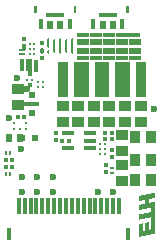
<source format=gbs>
G04*
G04 #@! TF.GenerationSoftware,Altium Limited,Altium Designer,25.0.2 (28)*
G04*
G04 Layer_Color=16711935*
%FSLAX44Y44*%
%MOMM*%
G71*
G04*
G04 #@! TF.SameCoordinates,54A35FAF-5F68-4BCB-90B9-8CF1E0348433*
G04*
G04*
G04 #@! TF.FilePolarity,Negative*
G04*
G01*
G75*
G04:AMPARAMS|DCode=11|XSize=0.28mm|YSize=0.23mm|CornerRadius=0.115mm|HoleSize=0mm|Usage=FLASHONLY|Rotation=90.000|XOffset=0mm|YOffset=0mm|HoleType=Round|Shape=RoundedRectangle|*
%AMROUNDEDRECTD11*
21,1,0.2800,0.0000,0,0,90.0*
21,1,0.0500,0.2300,0,0,90.0*
1,1,0.2300,0.0000,0.0250*
1,1,0.2300,0.0000,-0.0250*
1,1,0.2300,0.0000,-0.0250*
1,1,0.2300,0.0000,0.0250*
%
%ADD11ROUNDEDRECTD11*%
G04:AMPARAMS|DCode=12|XSize=0.805mm|YSize=0.23mm|CornerRadius=0.115mm|HoleSize=0mm|Usage=FLASHONLY|Rotation=90.000|XOffset=0mm|YOffset=0mm|HoleType=Round|Shape=RoundedRectangle|*
%AMROUNDEDRECTD12*
21,1,0.8050,0.0000,0,0,90.0*
21,1,0.5750,0.2300,0,0,90.0*
1,1,0.2300,0.0000,0.2875*
1,1,0.2300,0.0000,-0.2875*
1,1,0.2300,0.0000,-0.2875*
1,1,0.2300,0.0000,0.2875*
%
%ADD12ROUNDEDRECTD12*%
G04:AMPARAMS|DCode=13|XSize=1.155mm|YSize=0.23mm|CornerRadius=0.115mm|HoleSize=0mm|Usage=FLASHONLY|Rotation=90.000|XOffset=0mm|YOffset=0mm|HoleType=Round|Shape=RoundedRectangle|*
%AMROUNDEDRECTD13*
21,1,1.1550,0.0000,0,0,90.0*
21,1,0.9250,0.2300,0,0,90.0*
1,1,0.2300,0.0000,0.4625*
1,1,0.2300,0.0000,-0.4625*
1,1,0.2300,0.0000,-0.4625*
1,1,0.2300,0.0000,0.4625*
%
%ADD13ROUNDEDRECTD13*%
G04:AMPARAMS|DCode=14|XSize=1.33mm|YSize=0.23mm|CornerRadius=0.115mm|HoleSize=0mm|Usage=FLASHONLY|Rotation=90.000|XOffset=0mm|YOffset=0mm|HoleType=Round|Shape=RoundedRectangle|*
%AMROUNDEDRECTD14*
21,1,1.3300,0.0000,0,0,90.0*
21,1,1.1000,0.2300,0,0,90.0*
1,1,0.2300,0.0000,0.5500*
1,1,0.2300,0.0000,-0.5500*
1,1,0.2300,0.0000,-0.5500*
1,1,0.2300,0.0000,0.5500*
%
%ADD14ROUNDEDRECTD14*%
%ADD15R,0.3500X0.3500*%
%ADD16R,1.0000X0.9000*%
%ADD17R,0.2500X0.2500*%
%ADD18R,0.3000X0.3000*%
%ADD19R,0.6000X0.6000*%
%ADD20R,1.2000X0.4000*%
%ADD23R,0.3500X0.3500*%
%ADD24C,0.2200*%
%ADD26R,0.5627X0.2064*%
%ADD27C,0.2500*%
%ADD28R,1.5500X0.3750*%
%ADD29R,0.3850X0.9500*%
%ADD30R,0.5600X0.7400*%
%ADD31R,0.9000X1.0000*%
%ADD32R,1.1200X0.3200*%
%ADD33R,1.1200X0.3230*%
%ADD36R,0.3250X1.1500*%
%ADD37R,0.3200X1.1200*%
%ADD38R,0.3230X1.1200*%
%ADD43R,1.0000X0.4000*%
%ADD44R,0.3000X1.4000*%
%ADD45R,0.3000X1.0000*%
%ADD46C,0.6000*%
%ADD47R,0.2000X0.3500*%
%ADD48R,0.3500X0.2000*%
G04:AMPARAMS|DCode=49|XSize=0.3mm|YSize=0.3mm|CornerRadius=0.075mm|HoleSize=0mm|Usage=FLASHONLY|Rotation=180.000|XOffset=0mm|YOffset=0mm|HoleType=Round|Shape=RoundedRectangle|*
%AMROUNDEDRECTD49*
21,1,0.3000,0.1500,0,0,180.0*
21,1,0.1500,0.3000,0,0,180.0*
1,1,0.1500,-0.0750,0.0750*
1,1,0.1500,0.0750,0.0750*
1,1,0.1500,0.0750,-0.0750*
1,1,0.1500,-0.0750,-0.0750*
%
%ADD49ROUNDEDRECTD49*%
G04:AMPARAMS|DCode=51|XSize=0.3mm|YSize=0.35mm|CornerRadius=0.075mm|HoleSize=0mm|Usage=FLASHONLY|Rotation=0.000|XOffset=0mm|YOffset=0mm|HoleType=Round|Shape=RoundedRectangle|*
%AMROUNDEDRECTD51*
21,1,0.3000,0.2000,0,0,0.0*
21,1,0.1500,0.3500,0,0,0.0*
1,1,0.1500,0.0750,-0.1000*
1,1,0.1500,-0.0750,-0.1000*
1,1,0.1500,-0.0750,0.1000*
1,1,0.1500,0.0750,0.1000*
%
%ADD51ROUNDEDRECTD51*%
%ADD52R,0.5500X0.2060*%
%ADD53R,0.6000X0.6400*%
G04:AMPARAMS|DCode=54|XSize=0.325mm|YSize=1.1mm|CornerRadius=0.0813mm|HoleSize=0mm|Usage=FLASHONLY|Rotation=0.000|XOffset=0mm|YOffset=0mm|HoleType=Round|Shape=RoundedRectangle|*
%AMROUNDEDRECTD54*
21,1,0.3250,0.9375,0,0,0.0*
21,1,0.1625,1.1000,0,0,0.0*
1,1,0.1625,0.0813,-0.4688*
1,1,0.1625,-0.0813,-0.4688*
1,1,0.1625,-0.0813,0.4688*
1,1,0.1625,0.0813,0.4688*
%
%ADD54ROUNDEDRECTD54*%
%ADD55R,1.0500X0.3230*%
%ADD56C,0.2120*%
G36*
X107000Y194350D02*
X105000D01*
Y200350D01*
X107000D01*
Y194350D01*
D02*
G37*
G36*
X62500D02*
X60500D01*
Y200350D01*
X62500D01*
Y194350D01*
D02*
G37*
G36*
X29000D02*
X27000D01*
Y200350D01*
X29000D01*
Y194350D01*
D02*
G37*
G36*
X19750Y170500D02*
X16250D01*
X16750Y174000D01*
X19750D01*
Y170500D01*
D02*
G37*
G36*
X19750Y163250D02*
X16250D01*
Y165000D01*
Y166500D01*
X19750D01*
Y163250D01*
D02*
G37*
G36*
X20250Y115250D02*
X15750D01*
Y119250D01*
X20250D01*
Y115250D01*
D02*
G37*
G36*
X129462Y42134D02*
X129487D01*
Y37759D01*
X129462D01*
Y37735D01*
X129317D01*
Y37710D01*
X129245D01*
Y37686D01*
X129076D01*
Y37662D01*
X129003D01*
Y37638D01*
X128858D01*
Y37614D01*
X128737D01*
Y37590D01*
X128641D01*
Y37566D01*
X128496D01*
Y37541D01*
X128399D01*
Y37517D01*
X128254D01*
Y37493D01*
X128157D01*
Y37469D01*
X128036D01*
Y37445D01*
X127891D01*
Y37420D01*
X127819D01*
Y37396D01*
X127650D01*
Y37372D01*
X127577D01*
Y37348D01*
X127432D01*
Y37324D01*
X127311D01*
Y37300D01*
X127215D01*
Y37276D01*
X127070D01*
Y37251D01*
X126973D01*
Y37227D01*
X126828D01*
Y37203D01*
X126731D01*
Y37179D01*
X126610D01*
Y37155D01*
X126489D01*
Y37130D01*
X126393D01*
Y37106D01*
X126224D01*
Y37082D01*
X126151D01*
Y37058D01*
X126006D01*
Y37034D01*
X125885D01*
Y37010D01*
X125789D01*
Y36985D01*
X125644D01*
Y36961D01*
X125571D01*
Y36937D01*
X125402D01*
Y36913D01*
X125305D01*
Y36889D01*
X125184D01*
Y36865D01*
X125063D01*
Y36840D01*
X124967D01*
Y36816D01*
X124798D01*
Y36792D01*
X124725D01*
Y36768D01*
X124580D01*
Y36744D01*
X124483D01*
Y36720D01*
X124387D01*
Y36695D01*
X124218D01*
Y36671D01*
X124145D01*
Y36647D01*
X124024D01*
Y36623D01*
X124000D01*
Y33481D01*
X124024D01*
Y33457D01*
X124097D01*
Y33481D01*
X124169D01*
Y33505D01*
X124338D01*
Y33529D01*
X124435D01*
Y33553D01*
X124532D01*
Y33578D01*
X124677D01*
Y33602D01*
X124774D01*
Y33626D01*
X124918D01*
Y33650D01*
X125015D01*
Y33674D01*
X125136D01*
Y33698D01*
X125281D01*
Y33723D01*
X125353D01*
Y33747D01*
X125523D01*
Y33771D01*
X125595D01*
Y33795D01*
X125764D01*
Y33819D01*
X125861D01*
Y33843D01*
X125958D01*
Y33868D01*
X126103D01*
Y33892D01*
X126200D01*
Y33916D01*
X126344D01*
Y33940D01*
X126441D01*
Y33964D01*
X126562D01*
Y33988D01*
X126683D01*
Y34013D01*
X126780D01*
Y34037D01*
X126949D01*
Y34061D01*
X127021D01*
Y34085D01*
X127166D01*
Y34109D01*
X127287D01*
Y34133D01*
X127384D01*
Y34158D01*
X127529D01*
Y34182D01*
X127626D01*
Y34206D01*
X127771D01*
Y34230D01*
X127867D01*
Y34254D01*
X127988D01*
Y34278D01*
X128109D01*
Y34303D01*
X128206D01*
Y34327D01*
X128375D01*
Y34351D01*
X128447D01*
Y34375D01*
X128592D01*
Y34399D01*
X128689D01*
Y34423D01*
X128810D01*
Y34448D01*
X128955D01*
Y34472D01*
X129027D01*
Y34496D01*
X129197D01*
Y34520D01*
X129293D01*
Y34544D01*
X129414D01*
Y34569D01*
X129462D01*
Y34544D01*
X129487D01*
Y7547D01*
X129462D01*
Y7523D01*
X129414D01*
Y7498D01*
X129342D01*
Y7474D01*
X129172D01*
Y7450D01*
X129076D01*
Y7426D01*
X128955D01*
Y7402D01*
X128810D01*
Y7377D01*
X128737D01*
Y7353D01*
X128568D01*
Y7329D01*
X128496D01*
Y7305D01*
X128351D01*
Y7281D01*
X128230D01*
Y7257D01*
X128133D01*
Y7232D01*
X127964D01*
Y7208D01*
X127891D01*
Y7184D01*
X127722D01*
Y7160D01*
X127626D01*
Y7136D01*
X127529D01*
Y7112D01*
X127384D01*
Y7088D01*
X127287D01*
Y7063D01*
X127118D01*
Y7039D01*
X127045D01*
Y7015D01*
X126900D01*
Y6991D01*
X126780D01*
Y6967D01*
X126683D01*
Y6942D01*
X126538D01*
Y6918D01*
X126441D01*
Y6894D01*
X126272D01*
Y6870D01*
X126175D01*
Y6846D01*
X126079D01*
Y6822D01*
X125934D01*
Y6797D01*
X125837D01*
Y6773D01*
X125692D01*
Y6749D01*
X125595D01*
Y6725D01*
X125450D01*
Y6701D01*
X125329D01*
Y6676D01*
X125233D01*
Y6652D01*
X125088D01*
Y6628D01*
X124991D01*
Y6604D01*
X124846D01*
Y6580D01*
X124749D01*
Y6556D01*
X124628D01*
Y6532D01*
X124483D01*
Y6507D01*
X124411D01*
Y6483D01*
X124242D01*
Y6459D01*
X124145D01*
Y6435D01*
X124000D01*
Y6411D01*
X123903D01*
Y6387D01*
X123807D01*
Y6362D01*
X123638D01*
Y6338D01*
X123565D01*
Y6314D01*
X123396D01*
Y6290D01*
X123299D01*
Y6266D01*
X123178D01*
Y6241D01*
X123033D01*
Y6217D01*
X122961D01*
Y6193D01*
X122792D01*
Y6169D01*
X122695D01*
Y6145D01*
X122574D01*
Y6121D01*
X122453D01*
Y6097D01*
X122357D01*
Y6072D01*
X122187D01*
Y6048D01*
X122115D01*
Y6024D01*
X121946D01*
Y6000D01*
X121849D01*
Y5976D01*
X121752D01*
Y5951D01*
X121607D01*
Y5927D01*
X121511D01*
Y5903D01*
X121341D01*
Y5879D01*
X121269D01*
Y5855D01*
X121124D01*
Y5831D01*
X121003D01*
Y5806D01*
X120906D01*
Y5782D01*
X120737D01*
Y5758D01*
X120665D01*
Y5734D01*
X120495D01*
Y5710D01*
X120399D01*
Y5686D01*
X120302D01*
Y5661D01*
X120157D01*
Y5637D01*
X120060D01*
Y5613D01*
X119915D01*
Y5589D01*
X119819D01*
Y5565D01*
X119674D01*
Y5541D01*
X119553D01*
Y5516D01*
X119456D01*
Y5492D01*
X119311D01*
Y5468D01*
X119214D01*
Y5444D01*
X119069D01*
Y5420D01*
X118973D01*
Y5396D01*
X118852D01*
Y5371D01*
X118707D01*
Y5347D01*
X118634D01*
Y5323D01*
X118465D01*
Y5299D01*
X118369D01*
Y5275D01*
X118223D01*
Y5250D01*
X118103D01*
Y5226D01*
X118030D01*
Y5202D01*
X117861D01*
Y5178D01*
X117764D01*
Y5154D01*
X117619D01*
Y5130D01*
X117522D01*
Y5106D01*
X117402D01*
Y5081D01*
X117257D01*
Y5057D01*
X117184D01*
Y5033D01*
X117015D01*
Y5009D01*
X116918D01*
Y4985D01*
X116798D01*
Y4961D01*
X116677D01*
Y4936D01*
X116580D01*
Y4912D01*
X116411D01*
Y4888D01*
X116338D01*
Y4864D01*
X116169D01*
Y4840D01*
X116072D01*
Y4816D01*
X115976D01*
Y4791D01*
X115807D01*
Y4767D01*
X115734D01*
Y4743D01*
X115565D01*
Y4719D01*
X115492D01*
Y4695D01*
X115323D01*
Y15450D01*
X115347D01*
Y15474D01*
X115468D01*
Y15498D01*
X115541D01*
Y15523D01*
X115710D01*
Y15547D01*
X115807D01*
Y15571D01*
X115903D01*
Y15595D01*
X116072D01*
Y15619D01*
X116145D01*
Y15644D01*
X116314D01*
Y15668D01*
X116411D01*
Y15692D01*
X116532D01*
Y15716D01*
X116652D01*
Y15740D01*
X116749D01*
Y15764D01*
X116918D01*
Y15789D01*
X116991D01*
Y15813D01*
X117160D01*
Y15837D01*
X117257D01*
Y15861D01*
X117353D01*
Y15885D01*
X117522D01*
Y15909D01*
X117595D01*
Y15934D01*
X117764D01*
Y15958D01*
X117861D01*
Y15982D01*
X117982D01*
Y16006D01*
X118103D01*
Y16030D01*
X118199D01*
Y16055D01*
X118369D01*
Y16079D01*
X118441D01*
Y16103D01*
X118610D01*
Y16127D01*
X118707D01*
Y16151D01*
X118804D01*
Y16175D01*
X118852D01*
Y16151D01*
X118876D01*
Y14725D01*
Y14701D01*
Y9819D01*
X118900D01*
Y9794D01*
X118924D01*
Y9819D01*
X118973D01*
Y9843D01*
X119142D01*
Y9867D01*
X119239D01*
Y9891D01*
X119359D01*
Y9915D01*
X119504D01*
Y9940D01*
X119601D01*
Y9964D01*
X119770D01*
Y9988D01*
X119843D01*
Y10012D01*
X119988D01*
Y10036D01*
X120109D01*
Y10060D01*
X120205D01*
Y10085D01*
X120375D01*
Y10109D01*
X120447D01*
Y10133D01*
X120616D01*
Y10157D01*
X120713D01*
Y10181D01*
X120785D01*
Y10205D01*
X120810D01*
Y16538D01*
X120834D01*
Y16562D01*
X120906D01*
Y16586D01*
X121051D01*
Y16610D01*
X121124D01*
Y16635D01*
X121293D01*
Y16659D01*
X121366D01*
Y16683D01*
X121535D01*
Y16707D01*
X121631D01*
Y16731D01*
X121728D01*
Y16755D01*
X121897D01*
Y16780D01*
X121970D01*
Y16804D01*
X122139D01*
Y16828D01*
X122236D01*
Y16852D01*
X122357D01*
Y16876D01*
X122477D01*
Y16900D01*
X122574D01*
Y16925D01*
X122743D01*
Y16949D01*
X122816D01*
Y16973D01*
X122961D01*
Y16997D01*
X123082D01*
Y17021D01*
X123178D01*
Y17045D01*
X123323D01*
Y17070D01*
X123420D01*
Y17094D01*
X123565D01*
Y17118D01*
X123662D01*
Y17142D01*
X123783D01*
Y17166D01*
X123903D01*
Y17190D01*
X123976D01*
Y17166D01*
X124000D01*
Y10834D01*
X124121D01*
Y10858D01*
X124193D01*
Y10882D01*
X124338D01*
Y10906D01*
X124459D01*
Y10930D01*
X124556D01*
Y10955D01*
X124725D01*
Y10979D01*
X124798D01*
Y11003D01*
X124967D01*
Y11027D01*
X125063D01*
Y11051D01*
X125184D01*
Y11075D01*
X125305D01*
Y11100D01*
X125402D01*
Y11124D01*
X125571D01*
Y11148D01*
X125668D01*
Y11172D01*
X125813D01*
Y11196D01*
X125910D01*
Y11220D01*
X125934D01*
Y21299D01*
X125861D01*
Y21275D01*
X125716D01*
Y21251D01*
X125619D01*
Y21227D01*
X125474D01*
Y21203D01*
X125353D01*
Y21178D01*
X125281D01*
Y21154D01*
X125112D01*
Y21130D01*
X125015D01*
Y21106D01*
X124870D01*
Y21082D01*
X124774D01*
Y21058D01*
X124653D01*
Y21033D01*
X124508D01*
Y21009D01*
X124435D01*
Y20985D01*
X124266D01*
Y20961D01*
X124169D01*
Y20937D01*
X124048D01*
Y20913D01*
X123903D01*
Y20888D01*
X123831D01*
Y20864D01*
X123662D01*
Y20840D01*
X123565D01*
Y20816D01*
X123420D01*
Y20792D01*
X123323D01*
Y20768D01*
X123227D01*
Y20743D01*
X123057D01*
Y20719D01*
X122985D01*
Y20695D01*
X122816D01*
Y20671D01*
X122719D01*
Y20647D01*
X122598D01*
Y20622D01*
X122477D01*
Y20598D01*
X122381D01*
Y20574D01*
X122212D01*
Y20550D01*
X122139D01*
Y20526D01*
X121970D01*
Y20502D01*
X121873D01*
Y20477D01*
X121776D01*
Y20453D01*
X121631D01*
Y20429D01*
X121535D01*
Y20405D01*
X121366D01*
Y20381D01*
X121293D01*
Y20357D01*
X121148D01*
Y20332D01*
X121027D01*
Y20308D01*
X120930D01*
Y20284D01*
X120785D01*
Y20260D01*
X120689D01*
Y20236D01*
X120544D01*
Y20212D01*
X120423D01*
Y20187D01*
X120326D01*
Y20163D01*
X120181D01*
Y20139D01*
X120085D01*
Y20115D01*
X119939D01*
Y20091D01*
X119843D01*
Y20067D01*
X119698D01*
Y20042D01*
X119577D01*
Y20018D01*
X119504D01*
Y19994D01*
X119335D01*
Y19970D01*
X119239D01*
Y19946D01*
X119094D01*
Y19922D01*
X118997D01*
Y19897D01*
X118876D01*
Y19873D01*
X118731D01*
Y19849D01*
X118659D01*
Y19825D01*
X118489D01*
Y19801D01*
X118393D01*
Y19777D01*
X118272D01*
Y19752D01*
X118127D01*
Y19728D01*
X118054D01*
Y19704D01*
X117885D01*
Y19680D01*
X117813D01*
Y19656D01*
X117643D01*
Y19632D01*
X117547D01*
Y19607D01*
X117450D01*
Y19583D01*
X117281D01*
Y19559D01*
X117208D01*
Y19535D01*
X117039D01*
Y19511D01*
X116943D01*
Y19487D01*
X116822D01*
Y19462D01*
X116701D01*
Y19438D01*
X116604D01*
Y19414D01*
X116435D01*
Y19390D01*
X116362D01*
Y19366D01*
X116193D01*
Y19341D01*
X116096D01*
Y19317D01*
X116000D01*
Y19293D01*
X115855D01*
Y19269D01*
X115758D01*
Y19245D01*
X115589D01*
Y19221D01*
X115516D01*
Y19196D01*
X115396D01*
Y19172D01*
X115347D01*
Y19196D01*
X115323D01*
Y23571D01*
X115347D01*
Y23595D01*
X115396D01*
Y23620D01*
X115492D01*
Y23644D01*
X115637D01*
Y23668D01*
X115758D01*
Y23692D01*
X115855D01*
Y23716D01*
X116000D01*
Y23740D01*
X116096D01*
Y23765D01*
X116242D01*
Y23789D01*
X116338D01*
Y23813D01*
X116459D01*
Y23837D01*
X116604D01*
Y23861D01*
X116701D01*
Y23885D01*
X116846D01*
Y23910D01*
X116943D01*
Y23934D01*
X117087D01*
Y23958D01*
X117184D01*
Y23982D01*
X117305D01*
Y24006D01*
X117450D01*
Y24030D01*
X117522D01*
Y24055D01*
X117692D01*
Y24079D01*
X117788D01*
Y24103D01*
X117909D01*
Y24127D01*
X118054D01*
Y24151D01*
X118127D01*
Y24176D01*
X118296D01*
Y24200D01*
X118393D01*
Y24224D01*
X118538D01*
Y24248D01*
X118634D01*
Y24272D01*
X118731D01*
Y24296D01*
X118900D01*
Y24320D01*
X118973D01*
Y24345D01*
X119142D01*
Y24369D01*
X119239D01*
Y24393D01*
X119359D01*
Y24417D01*
X119480D01*
Y24441D01*
X119577D01*
Y24465D01*
X119746D01*
Y24490D01*
X119819D01*
Y24514D01*
X119988D01*
Y24538D01*
X120085D01*
Y24562D01*
X120181D01*
Y24586D01*
X120326D01*
Y24611D01*
X120423D01*
Y24635D01*
X120592D01*
Y24659D01*
X120665D01*
Y24683D01*
X120810D01*
Y24707D01*
X120930D01*
Y24731D01*
X121027D01*
Y24756D01*
X121196D01*
Y24780D01*
X121269D01*
Y24804D01*
X121414D01*
Y24828D01*
X121535D01*
Y24852D01*
X121631D01*
Y24876D01*
X121776D01*
Y24901D01*
X121873D01*
Y24925D01*
X122042D01*
Y24949D01*
X122115D01*
Y24973D01*
X122236D01*
Y24997D01*
X122381D01*
Y25021D01*
X122477D01*
Y25046D01*
X122622D01*
Y25070D01*
X122719D01*
Y25094D01*
X122864D01*
Y25118D01*
X122961D01*
Y25142D01*
X123082D01*
Y25166D01*
X123227D01*
Y25191D01*
X123299D01*
Y25215D01*
X123468D01*
Y25239D01*
X123565D01*
Y25263D01*
X123686D01*
Y25287D01*
X123831D01*
Y25312D01*
X123903D01*
Y25336D01*
X124073D01*
Y25360D01*
X124145D01*
Y25384D01*
X124314D01*
Y25408D01*
X124411D01*
Y25432D01*
X124532D01*
Y25457D01*
X124677D01*
Y25481D01*
X124749D01*
Y25505D01*
X124918D01*
Y25529D01*
X125015D01*
Y25553D01*
X125136D01*
Y25577D01*
X125257D01*
Y25601D01*
X125353D01*
Y25626D01*
X125523D01*
Y25650D01*
X125595D01*
Y25674D01*
X125764D01*
Y25698D01*
X125861D01*
Y25722D01*
X125934D01*
Y29420D01*
X125910D01*
Y29444D01*
X125885D01*
Y29420D01*
X125813D01*
Y29396D01*
X125644D01*
Y29372D01*
X125571D01*
Y29348D01*
X125426D01*
Y29324D01*
X125305D01*
Y29299D01*
X125209D01*
Y29275D01*
X125039D01*
Y29251D01*
X124967D01*
Y29227D01*
X124822D01*
Y29203D01*
X124701D01*
Y29179D01*
X124604D01*
Y29155D01*
X124459D01*
Y29130D01*
X124363D01*
Y29106D01*
X124193D01*
Y29082D01*
X124121D01*
Y29058D01*
X123976D01*
Y29034D01*
X123855D01*
Y29009D01*
X123758D01*
Y28985D01*
X123613D01*
Y28961D01*
X123517D01*
Y28937D01*
X123372D01*
Y28913D01*
X123275D01*
Y28889D01*
X123154D01*
Y28864D01*
X123009D01*
Y28840D01*
X122937D01*
Y28816D01*
X122767D01*
Y28792D01*
X122671D01*
Y28768D01*
X122550D01*
Y28744D01*
X122405D01*
Y28719D01*
X122332D01*
Y28695D01*
X122163D01*
Y28671D01*
X122066D01*
Y28647D01*
X121921D01*
Y28623D01*
X121825D01*
Y28599D01*
X121728D01*
Y28574D01*
X121559D01*
Y28550D01*
X121486D01*
Y28526D01*
X121317D01*
Y28502D01*
X121221D01*
Y28478D01*
X121100D01*
Y28454D01*
X120979D01*
Y28429D01*
X120882D01*
Y28405D01*
X120713D01*
Y28381D01*
X120640D01*
Y28357D01*
X120471D01*
Y28333D01*
X120375D01*
Y28309D01*
X120278D01*
Y28284D01*
X120109D01*
Y28260D01*
X120036D01*
Y28236D01*
X119867D01*
Y28212D01*
X119795D01*
Y28188D01*
X119649D01*
Y28163D01*
X119529D01*
Y28139D01*
X119432D01*
Y28115D01*
X119263D01*
Y28091D01*
X119190D01*
Y28067D01*
X119045D01*
Y28043D01*
X118924D01*
Y28018D01*
X118828D01*
Y27994D01*
X118683D01*
Y27970D01*
X118586D01*
Y27946D01*
X118417D01*
Y27922D01*
X118344D01*
Y27898D01*
X118223D01*
Y27873D01*
X118078D01*
Y27849D01*
X117982D01*
Y27825D01*
X117837D01*
Y27801D01*
X117740D01*
Y27777D01*
X117595D01*
Y27753D01*
X117498D01*
Y27728D01*
X117378D01*
Y27704D01*
X117233D01*
Y27680D01*
X117160D01*
Y27656D01*
X116991D01*
Y27632D01*
X116894D01*
Y27608D01*
X116773D01*
Y27583D01*
X116628D01*
Y27559D01*
X116556D01*
Y27535D01*
X116387D01*
Y27511D01*
X116290D01*
Y27487D01*
X116145D01*
Y27463D01*
X116048D01*
Y27438D01*
X115951D01*
Y27414D01*
X115782D01*
Y27390D01*
X115710D01*
Y27366D01*
X115541D01*
Y27342D01*
X115444D01*
Y27318D01*
X115347D01*
Y27342D01*
X115323D01*
Y31692D01*
X115347D01*
Y31741D01*
X115444D01*
Y31765D01*
X115589D01*
Y31789D01*
X115686D01*
Y31813D01*
X115807D01*
Y31837D01*
X115951D01*
Y31862D01*
X116024D01*
Y31886D01*
X116193D01*
Y31910D01*
X116290D01*
Y31934D01*
X116435D01*
Y31958D01*
X116556D01*
Y31982D01*
X116652D01*
Y32006D01*
X116798D01*
Y32031D01*
X116894D01*
Y32055D01*
X117039D01*
Y32079D01*
X117160D01*
Y32103D01*
X117257D01*
Y32127D01*
X117402D01*
Y32152D01*
X117498D01*
Y32176D01*
X117668D01*
Y32200D01*
X117740D01*
Y32224D01*
X117885D01*
Y32248D01*
X118006D01*
Y32272D01*
X118103D01*
Y32297D01*
X118272D01*
Y32321D01*
X118344D01*
Y32345D01*
X118513D01*
Y32369D01*
X118610D01*
Y32393D01*
X118707D01*
Y32417D01*
X118876D01*
Y32441D01*
X118949D01*
Y32466D01*
X119118D01*
Y32490D01*
X119214D01*
Y32514D01*
X119335D01*
Y32538D01*
X119456D01*
Y32562D01*
X119553D01*
Y32587D01*
X119722D01*
Y32611D01*
X119795D01*
Y32635D01*
X119964D01*
Y32659D01*
X120060D01*
Y32683D01*
X120181D01*
Y32707D01*
X120326D01*
Y32732D01*
X120399D01*
Y32756D01*
X120568D01*
Y32780D01*
X120665D01*
Y32804D01*
X120761D01*
Y32828D01*
X120810D01*
Y35995D01*
X120713D01*
Y35970D01*
X120616D01*
Y35946D01*
X120447D01*
Y35922D01*
X120375D01*
Y35898D01*
X120205D01*
Y35874D01*
X120109D01*
Y35849D01*
X120012D01*
Y35825D01*
X119843D01*
Y35801D01*
X119770D01*
Y35777D01*
X119601D01*
Y35753D01*
X119504D01*
Y35729D01*
X119384D01*
Y35704D01*
X119239D01*
Y35680D01*
X119166D01*
Y35656D01*
X118997D01*
Y35632D01*
X118924D01*
Y35608D01*
X118755D01*
Y35584D01*
X118659D01*
Y35559D01*
X118562D01*
Y35535D01*
X118393D01*
Y35511D01*
X118320D01*
Y35487D01*
X118151D01*
Y35463D01*
X118054D01*
Y35439D01*
X117933D01*
Y35414D01*
X117788D01*
Y35390D01*
X117716D01*
Y35366D01*
X117547D01*
Y35342D01*
X117450D01*
Y35318D01*
X117305D01*
Y35294D01*
X117184D01*
Y35269D01*
X117087D01*
Y35245D01*
X116943D01*
Y35221D01*
X116846D01*
Y35197D01*
X116701D01*
Y35173D01*
X116604D01*
Y35149D01*
X116483D01*
Y35124D01*
X116338D01*
Y35100D01*
X116242D01*
Y35076D01*
X116072D01*
Y35052D01*
X116000D01*
Y35028D01*
X115855D01*
Y35004D01*
X115734D01*
Y34979D01*
X115637D01*
Y34955D01*
X115492D01*
Y34931D01*
X115396D01*
Y34907D01*
X115347D01*
Y34931D01*
X115323D01*
Y39306D01*
X115347D01*
Y39330D01*
X115371D01*
Y39354D01*
X115492D01*
Y39378D01*
X115637D01*
Y39402D01*
X115734D01*
Y39427D01*
X115903D01*
Y39451D01*
X115976D01*
Y39475D01*
X116121D01*
Y39499D01*
X116242D01*
Y39523D01*
X116338D01*
Y39547D01*
X116483D01*
Y39572D01*
X116580D01*
Y39596D01*
X116725D01*
Y39620D01*
X116822D01*
Y39644D01*
X116943D01*
Y39668D01*
X117087D01*
Y39692D01*
X117160D01*
Y39717D01*
X117329D01*
Y39741D01*
X117426D01*
Y39765D01*
X117547D01*
Y39789D01*
X117692D01*
Y39813D01*
X117764D01*
Y39838D01*
X117933D01*
Y39862D01*
X118006D01*
Y39886D01*
X118175D01*
Y39910D01*
X118272D01*
Y39934D01*
X118393D01*
Y39958D01*
X118538D01*
Y39983D01*
X118610D01*
Y40007D01*
X118779D01*
Y40031D01*
X118876D01*
Y40055D01*
X118997D01*
Y40079D01*
X119118D01*
Y40103D01*
X119214D01*
Y40128D01*
X119384D01*
Y40152D01*
X119456D01*
Y40176D01*
X119625D01*
Y40200D01*
X119722D01*
Y40224D01*
X119819D01*
Y40248D01*
X119964D01*
Y40272D01*
X120060D01*
Y40297D01*
X120230D01*
Y40321D01*
X120302D01*
Y40345D01*
X120447D01*
Y40369D01*
X120568D01*
Y40393D01*
X120665D01*
Y40417D01*
X120810D01*
Y40442D01*
X120906D01*
Y40466D01*
X121051D01*
Y40490D01*
X121172D01*
Y40514D01*
X121269D01*
Y40538D01*
X121414D01*
Y40563D01*
X121511D01*
Y40587D01*
X121656D01*
Y40611D01*
X121752D01*
Y40635D01*
X121897D01*
Y40659D01*
X122018D01*
Y40683D01*
X122115D01*
Y40708D01*
X122260D01*
Y40732D01*
X122357D01*
Y40756D01*
X122502D01*
Y40780D01*
X122598D01*
Y40804D01*
X122719D01*
Y40828D01*
X122864D01*
Y40853D01*
X122937D01*
Y40877D01*
X123106D01*
Y40901D01*
X123202D01*
Y40925D01*
X123323D01*
Y40949D01*
X123444D01*
Y40974D01*
X123541D01*
Y40998D01*
X123710D01*
Y41022D01*
X123783D01*
Y41046D01*
X123952D01*
Y41070D01*
X124048D01*
Y41094D01*
X124145D01*
Y41118D01*
X124314D01*
Y41143D01*
X124387D01*
Y41167D01*
X124556D01*
Y41191D01*
X124653D01*
Y41215D01*
X124774D01*
Y41239D01*
X124894D01*
Y41263D01*
X124991D01*
Y41288D01*
X125160D01*
Y41312D01*
X125233D01*
Y41336D01*
X125402D01*
Y41360D01*
X125499D01*
Y41384D01*
X125595D01*
Y41409D01*
X125740D01*
Y41433D01*
X125837D01*
Y41457D01*
X126006D01*
Y41481D01*
X126079D01*
Y41505D01*
X126224D01*
Y41529D01*
X126344D01*
Y41554D01*
X126441D01*
Y41578D01*
X126586D01*
Y41602D01*
X126683D01*
Y41626D01*
X126828D01*
Y41650D01*
X126925D01*
Y41674D01*
X127045D01*
Y41699D01*
X127190D01*
Y41723D01*
X127287D01*
Y41747D01*
X127432D01*
Y41771D01*
X127529D01*
Y41795D01*
X127674D01*
Y41819D01*
X127795D01*
Y41844D01*
X127891D01*
Y41868D01*
X128036D01*
Y41892D01*
X128133D01*
Y41916D01*
X128278D01*
Y41940D01*
X128375D01*
Y41964D01*
X128496D01*
Y41989D01*
X128641D01*
Y42013D01*
X128713D01*
Y42037D01*
X128882D01*
Y42061D01*
X128979D01*
Y42085D01*
X129100D01*
Y42109D01*
X129221D01*
Y42134D01*
X129317D01*
Y42158D01*
X129462D01*
Y42134D01*
D02*
G37*
D11*
X38600Y161050D02*
D03*
D12*
Y168920D02*
D03*
D13*
X43600Y166300D02*
D03*
X53600D02*
D03*
D14*
X48600D02*
D03*
X58600D02*
D03*
D15*
X56000Y86250D02*
D03*
X50300D02*
D03*
X3000Y70000D02*
D03*
X8500D02*
D03*
X3000Y64000D02*
D03*
X8500D02*
D03*
X87000Y87750D02*
D03*
X92500D02*
D03*
X87250Y92750D02*
D03*
X92750D02*
D03*
X18600Y106250D02*
D03*
X12900D02*
D03*
D16*
X117000Y115750D02*
D03*
Y102250D02*
D03*
X51000D02*
D03*
Y115750D02*
D03*
X64200Y102250D02*
D03*
Y115750D02*
D03*
X77400Y102250D02*
D03*
Y115750D02*
D03*
X103800Y102250D02*
D03*
Y115750D02*
D03*
X90600Y102250D02*
D03*
Y115750D02*
D03*
X101000Y77250D02*
D03*
Y90750D02*
D03*
Y52250D02*
D03*
Y65750D02*
D03*
X13000Y130000D02*
D03*
Y116500D02*
D03*
D17*
X25500Y138000D02*
D03*
X20500D02*
D03*
D18*
X23000Y143000D02*
D03*
Y133000D02*
D03*
D19*
X16750Y88500D02*
D03*
X27750D02*
D03*
X24750Y125250D02*
D03*
Y109250D02*
D03*
D20*
Y117250D02*
D03*
D23*
X87750Y60000D02*
D03*
Y65500D02*
D03*
X92678Y78072D02*
D03*
Y72372D02*
D03*
X45250Y92350D02*
D03*
Y86650D02*
D03*
X18000Y166750D02*
D03*
X33250Y168750D02*
D03*
Y156000D02*
D03*
D24*
X86900Y75250D02*
D03*
Y79250D02*
D03*
Y83250D02*
D03*
X82900Y75250D02*
D03*
Y79250D02*
D03*
Y83250D02*
D03*
X27000Y167750D02*
D03*
X23000D02*
D03*
X27000Y163750D02*
D03*
X23000D02*
D03*
X27000Y159750D02*
D03*
X23000D02*
D03*
D26*
X16750Y159718D02*
D03*
D27*
X10250Y101000D02*
D03*
Y96000D02*
D03*
X15250D02*
D03*
X20250Y101000D02*
D03*
Y96000D02*
D03*
D28*
X44750Y192870D02*
D03*
X89250D02*
D03*
D29*
X56850Y185350D02*
D03*
X32650D02*
D03*
X77150D02*
D03*
X101350D02*
D03*
D30*
X49100Y184300D02*
D03*
X40400D02*
D03*
X84900D02*
D03*
X93600D02*
D03*
D31*
X112250Y53000D02*
D03*
X125750D02*
D03*
X112250Y70000D02*
D03*
X125750D02*
D03*
X112250Y89000D02*
D03*
X125750D02*
D03*
X104250Y138000D02*
D03*
X117750D02*
D03*
X104250Y128000D02*
D03*
X117750D02*
D03*
X104250Y148000D02*
D03*
X117750D02*
D03*
X69250Y128000D02*
D03*
X82750D02*
D03*
X99750D02*
D03*
X86250D02*
D03*
X99750Y148000D02*
D03*
X86250D02*
D03*
X99750Y138000D02*
D03*
X86250D02*
D03*
X69250Y148000D02*
D03*
X82750D02*
D03*
X69250Y138000D02*
D03*
X82750D02*
D03*
X64750Y148000D02*
D03*
X51250D02*
D03*
X64750Y128000D02*
D03*
X51250D02*
D03*
X64750Y138000D02*
D03*
X51250D02*
D03*
D32*
X90000Y161600D02*
D03*
X101000Y161585D02*
D03*
X79000Y175585D02*
D03*
Y168585D02*
D03*
Y156400D02*
D03*
X101000Y163385D02*
D03*
X68000Y161600D02*
D03*
X90000Y163385D02*
D03*
X101000Y175585D02*
D03*
X68000Y175600D02*
D03*
X112000Y170385D02*
D03*
X90000Y175585D02*
D03*
X68000Y163400D02*
D03*
X112000Y161585D02*
D03*
Y163385D02*
D03*
D33*
X90000Y156400D02*
D03*
X101000Y156385D02*
D03*
X79000Y170385D02*
D03*
Y163385D02*
D03*
Y161600D02*
D03*
X101000Y168585D02*
D03*
X68000Y156400D02*
D03*
X90000Y168585D02*
D03*
X101000Y170385D02*
D03*
X68000Y170400D02*
D03*
X90000Y170385D02*
D03*
X68000Y168600D02*
D03*
X112000Y156385D02*
D03*
Y168585D02*
D03*
D36*
X23125Y149500D02*
D03*
D37*
X22100Y150000D02*
D03*
D38*
X16900D02*
D03*
D43*
X74150Y92750D02*
D03*
Y86250D02*
D03*
Y79750D02*
D03*
X55150D02*
D03*
Y92750D02*
D03*
D44*
X18825Y30500D02*
D03*
X33825D02*
D03*
X28825D02*
D03*
X23825D02*
D03*
X13825D02*
D03*
X98825D02*
D03*
X93825D02*
D03*
X88825D02*
D03*
X83825D02*
D03*
X78825D02*
D03*
X73825D02*
D03*
X68825D02*
D03*
X63825D02*
D03*
X58825D02*
D03*
X53825D02*
D03*
X48825D02*
D03*
X43825D02*
D03*
X38825D02*
D03*
D45*
X106725Y7000D02*
D03*
X5925D02*
D03*
D46*
X29000Y55700D02*
D03*
X16300D02*
D03*
X29000Y43000D02*
D03*
X80650Y42500D02*
D03*
X93350D02*
D03*
X6000Y105250D02*
D03*
X12250Y139250D02*
D03*
X127999Y112642D02*
D03*
X42550Y55200D02*
D03*
Y42500D02*
D03*
X16000Y79000D02*
D03*
X16300Y43000D02*
D03*
X20500Y129750D02*
D03*
D47*
X2750Y58000D02*
D03*
X6750D02*
D03*
X2750Y76000D02*
D03*
X6750D02*
D03*
D48*
X92750Y59000D02*
D03*
Y63000D02*
D03*
D49*
X33500Y163000D02*
D03*
D51*
Y161500D02*
D03*
D52*
X17000Y163282D02*
D03*
D53*
X5850Y88500D02*
D03*
X14650D02*
D03*
D54*
X28375Y149250D02*
D03*
D55*
X111400Y175585D02*
D03*
D56*
X34000Y136000D02*
D03*
X30000D02*
D03*
X34000Y132000D02*
D03*
X30000D02*
D03*
M02*

</source>
